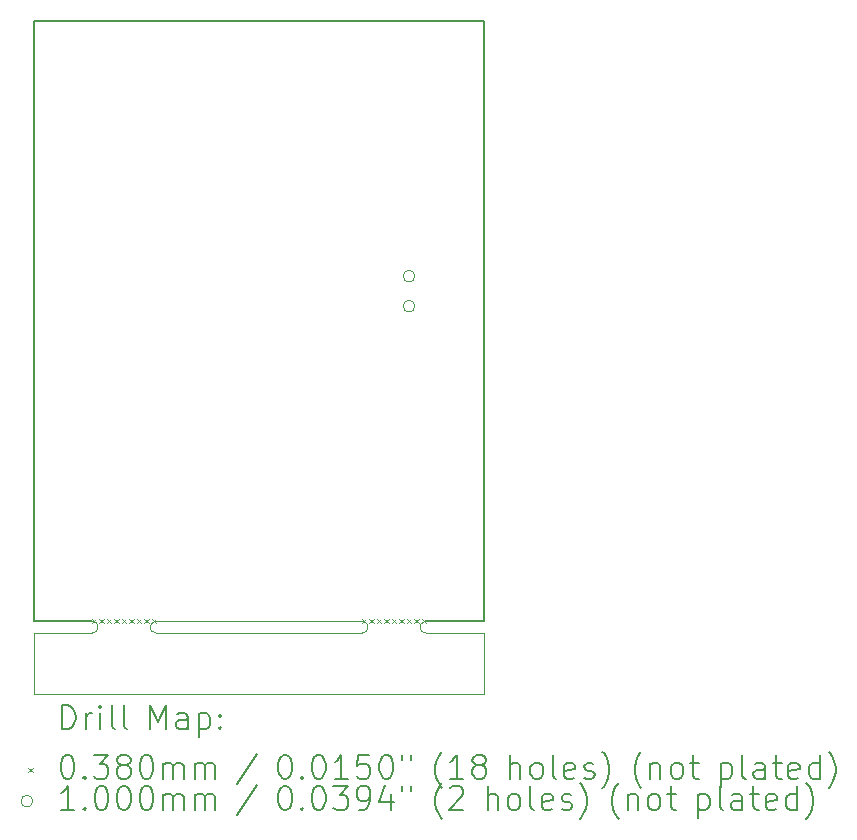
<source format=gbr>
%TF.GenerationSoftware,KiCad,Pcbnew,(7.0.0)*%
%TF.CreationDate,2023-06-29T20:35:14+10:00*%
%TF.ProjectId,RP2040_minimal,52503230-3430-45f6-9d69-6e696d616c2e,REV1*%
%TF.SameCoordinates,Original*%
%TF.FileFunction,Drillmap*%
%TF.FilePolarity,Positive*%
%FSLAX45Y45*%
G04 Gerber Fmt 4.5, Leading zero omitted, Abs format (unit mm)*
G04 Created by KiCad (PCBNEW (7.0.0)) date 2023-06-29 20:35:14*
%MOMM*%
%LPD*%
G01*
G04 APERTURE LIST*
%ADD10C,0.050000*%
%ADD11C,0.200000*%
%ADD12C,0.038000*%
%ADD13C,0.100000*%
G04 APERTURE END LIST*
D10*
X16875000Y-12673000D02*
X15130000Y-12673000D01*
D11*
X14590000Y-12573000D02*
X14097000Y-12573000D01*
X17907000Y-12573000D02*
X17415000Y-12573000D01*
X17907000Y-7493000D02*
X17907000Y-12573000D01*
X14097000Y-7493000D02*
X17907000Y-7493000D01*
X14097000Y-12573000D02*
X14097000Y-7493000D01*
D10*
X17907000Y-12673000D02*
X17415000Y-12673000D01*
X17907000Y-13190000D02*
X17907000Y-12673000D01*
X14590000Y-12673000D02*
X14097000Y-12673000D01*
X15130000Y-12573000D02*
X16875000Y-12573000D01*
X16875000Y-12673000D02*
G75*
G03*
X16875000Y-12573000I0J50000D01*
G01*
X14097000Y-13190000D02*
X17907000Y-13190000D01*
X14590000Y-12673000D02*
G75*
G03*
X14590000Y-12573000I0J50000D01*
G01*
X14097000Y-12673000D02*
X14097000Y-13190000D01*
X15130000Y-12573000D02*
G75*
G03*
X15130000Y-12673000I0J-50000D01*
G01*
X17415000Y-12573000D02*
G75*
G03*
X17415000Y-12673000I0J-50000D01*
G01*
D11*
D12*
X14586000Y-12554000D02*
X14624000Y-12592000D01*
X14624000Y-12554000D02*
X14586000Y-12592000D01*
X14649500Y-12554000D02*
X14687500Y-12592000D01*
X14687500Y-12554000D02*
X14649500Y-12592000D01*
X14713000Y-12554000D02*
X14751000Y-12592000D01*
X14751000Y-12554000D02*
X14713000Y-12592000D01*
X14776500Y-12554000D02*
X14814500Y-12592000D01*
X14814500Y-12554000D02*
X14776500Y-12592000D01*
X14840000Y-12554000D02*
X14878000Y-12592000D01*
X14878000Y-12554000D02*
X14840000Y-12592000D01*
X14903500Y-12554000D02*
X14941500Y-12592000D01*
X14941500Y-12554000D02*
X14903500Y-12592000D01*
X14967000Y-12554000D02*
X15005000Y-12592000D01*
X15005000Y-12554000D02*
X14967000Y-12592000D01*
X15030500Y-12554000D02*
X15068500Y-12592000D01*
X15068500Y-12554000D02*
X15030500Y-12592000D01*
X15094000Y-12554000D02*
X15132000Y-12592000D01*
X15132000Y-12554000D02*
X15094000Y-12592000D01*
X16872000Y-12554000D02*
X16910000Y-12592000D01*
X16910000Y-12554000D02*
X16872000Y-12592000D01*
X16935500Y-12554000D02*
X16973500Y-12592000D01*
X16973500Y-12554000D02*
X16935500Y-12592000D01*
X16999000Y-12554000D02*
X17037000Y-12592000D01*
X17037000Y-12554000D02*
X16999000Y-12592000D01*
X17062500Y-12554000D02*
X17100500Y-12592000D01*
X17100500Y-12554000D02*
X17062500Y-12592000D01*
X17126000Y-12554000D02*
X17164000Y-12592000D01*
X17164000Y-12554000D02*
X17126000Y-12592000D01*
X17189500Y-12554000D02*
X17227500Y-12592000D01*
X17227500Y-12554000D02*
X17189500Y-12592000D01*
X17253000Y-12554000D02*
X17291000Y-12592000D01*
X17291000Y-12554000D02*
X17253000Y-12592000D01*
X17316500Y-12554000D02*
X17354500Y-12592000D01*
X17354500Y-12554000D02*
X17316500Y-12592000D01*
X17380000Y-12554000D02*
X17418000Y-12592000D01*
X17418000Y-12554000D02*
X17380000Y-12592000D01*
D13*
X17322000Y-9652000D02*
G75*
G03*
X17322000Y-9652000I-50000J0D01*
G01*
X17322000Y-9906000D02*
G75*
G03*
X17322000Y-9906000I-50000J0D01*
G01*
D11*
X14334619Y-13485976D02*
X14334619Y-13285976D01*
X14334619Y-13285976D02*
X14382238Y-13285976D01*
X14382238Y-13285976D02*
X14410809Y-13295500D01*
X14410809Y-13295500D02*
X14429857Y-13314548D01*
X14429857Y-13314548D02*
X14439381Y-13333595D01*
X14439381Y-13333595D02*
X14448905Y-13371690D01*
X14448905Y-13371690D02*
X14448905Y-13400262D01*
X14448905Y-13400262D02*
X14439381Y-13438357D01*
X14439381Y-13438357D02*
X14429857Y-13457405D01*
X14429857Y-13457405D02*
X14410809Y-13476452D01*
X14410809Y-13476452D02*
X14382238Y-13485976D01*
X14382238Y-13485976D02*
X14334619Y-13485976D01*
X14534619Y-13485976D02*
X14534619Y-13352643D01*
X14534619Y-13390738D02*
X14544143Y-13371690D01*
X14544143Y-13371690D02*
X14553667Y-13362167D01*
X14553667Y-13362167D02*
X14572714Y-13352643D01*
X14572714Y-13352643D02*
X14591762Y-13352643D01*
X14658428Y-13485976D02*
X14658428Y-13352643D01*
X14658428Y-13285976D02*
X14648905Y-13295500D01*
X14648905Y-13295500D02*
X14658428Y-13305024D01*
X14658428Y-13305024D02*
X14667952Y-13295500D01*
X14667952Y-13295500D02*
X14658428Y-13285976D01*
X14658428Y-13285976D02*
X14658428Y-13305024D01*
X14782238Y-13485976D02*
X14763190Y-13476452D01*
X14763190Y-13476452D02*
X14753667Y-13457405D01*
X14753667Y-13457405D02*
X14753667Y-13285976D01*
X14887000Y-13485976D02*
X14867952Y-13476452D01*
X14867952Y-13476452D02*
X14858428Y-13457405D01*
X14858428Y-13457405D02*
X14858428Y-13285976D01*
X15083190Y-13485976D02*
X15083190Y-13285976D01*
X15083190Y-13285976D02*
X15149857Y-13428833D01*
X15149857Y-13428833D02*
X15216524Y-13285976D01*
X15216524Y-13285976D02*
X15216524Y-13485976D01*
X15397476Y-13485976D02*
X15397476Y-13381214D01*
X15397476Y-13381214D02*
X15387952Y-13362167D01*
X15387952Y-13362167D02*
X15368905Y-13352643D01*
X15368905Y-13352643D02*
X15330809Y-13352643D01*
X15330809Y-13352643D02*
X15311762Y-13362167D01*
X15397476Y-13476452D02*
X15378428Y-13485976D01*
X15378428Y-13485976D02*
X15330809Y-13485976D01*
X15330809Y-13485976D02*
X15311762Y-13476452D01*
X15311762Y-13476452D02*
X15302238Y-13457405D01*
X15302238Y-13457405D02*
X15302238Y-13438357D01*
X15302238Y-13438357D02*
X15311762Y-13419309D01*
X15311762Y-13419309D02*
X15330809Y-13409786D01*
X15330809Y-13409786D02*
X15378428Y-13409786D01*
X15378428Y-13409786D02*
X15397476Y-13400262D01*
X15492714Y-13352643D02*
X15492714Y-13552643D01*
X15492714Y-13362167D02*
X15511762Y-13352643D01*
X15511762Y-13352643D02*
X15549857Y-13352643D01*
X15549857Y-13352643D02*
X15568905Y-13362167D01*
X15568905Y-13362167D02*
X15578428Y-13371690D01*
X15578428Y-13371690D02*
X15587952Y-13390738D01*
X15587952Y-13390738D02*
X15587952Y-13447881D01*
X15587952Y-13447881D02*
X15578428Y-13466928D01*
X15578428Y-13466928D02*
X15568905Y-13476452D01*
X15568905Y-13476452D02*
X15549857Y-13485976D01*
X15549857Y-13485976D02*
X15511762Y-13485976D01*
X15511762Y-13485976D02*
X15492714Y-13476452D01*
X15673667Y-13466928D02*
X15683190Y-13476452D01*
X15683190Y-13476452D02*
X15673667Y-13485976D01*
X15673667Y-13485976D02*
X15664143Y-13476452D01*
X15664143Y-13476452D02*
X15673667Y-13466928D01*
X15673667Y-13466928D02*
X15673667Y-13485976D01*
X15673667Y-13362167D02*
X15683190Y-13371690D01*
X15683190Y-13371690D02*
X15673667Y-13381214D01*
X15673667Y-13381214D02*
X15664143Y-13371690D01*
X15664143Y-13371690D02*
X15673667Y-13362167D01*
X15673667Y-13362167D02*
X15673667Y-13381214D01*
D12*
X14049000Y-13813500D02*
X14087000Y-13851500D01*
X14087000Y-13813500D02*
X14049000Y-13851500D01*
D11*
X14372714Y-13705976D02*
X14391762Y-13705976D01*
X14391762Y-13705976D02*
X14410809Y-13715500D01*
X14410809Y-13715500D02*
X14420333Y-13725024D01*
X14420333Y-13725024D02*
X14429857Y-13744071D01*
X14429857Y-13744071D02*
X14439381Y-13782167D01*
X14439381Y-13782167D02*
X14439381Y-13829786D01*
X14439381Y-13829786D02*
X14429857Y-13867881D01*
X14429857Y-13867881D02*
X14420333Y-13886928D01*
X14420333Y-13886928D02*
X14410809Y-13896452D01*
X14410809Y-13896452D02*
X14391762Y-13905976D01*
X14391762Y-13905976D02*
X14372714Y-13905976D01*
X14372714Y-13905976D02*
X14353667Y-13896452D01*
X14353667Y-13896452D02*
X14344143Y-13886928D01*
X14344143Y-13886928D02*
X14334619Y-13867881D01*
X14334619Y-13867881D02*
X14325095Y-13829786D01*
X14325095Y-13829786D02*
X14325095Y-13782167D01*
X14325095Y-13782167D02*
X14334619Y-13744071D01*
X14334619Y-13744071D02*
X14344143Y-13725024D01*
X14344143Y-13725024D02*
X14353667Y-13715500D01*
X14353667Y-13715500D02*
X14372714Y-13705976D01*
X14525095Y-13886928D02*
X14534619Y-13896452D01*
X14534619Y-13896452D02*
X14525095Y-13905976D01*
X14525095Y-13905976D02*
X14515571Y-13896452D01*
X14515571Y-13896452D02*
X14525095Y-13886928D01*
X14525095Y-13886928D02*
X14525095Y-13905976D01*
X14601286Y-13705976D02*
X14725095Y-13705976D01*
X14725095Y-13705976D02*
X14658428Y-13782167D01*
X14658428Y-13782167D02*
X14687000Y-13782167D01*
X14687000Y-13782167D02*
X14706048Y-13791690D01*
X14706048Y-13791690D02*
X14715571Y-13801214D01*
X14715571Y-13801214D02*
X14725095Y-13820262D01*
X14725095Y-13820262D02*
X14725095Y-13867881D01*
X14725095Y-13867881D02*
X14715571Y-13886928D01*
X14715571Y-13886928D02*
X14706048Y-13896452D01*
X14706048Y-13896452D02*
X14687000Y-13905976D01*
X14687000Y-13905976D02*
X14629857Y-13905976D01*
X14629857Y-13905976D02*
X14610809Y-13896452D01*
X14610809Y-13896452D02*
X14601286Y-13886928D01*
X14839381Y-13791690D02*
X14820333Y-13782167D01*
X14820333Y-13782167D02*
X14810809Y-13772643D01*
X14810809Y-13772643D02*
X14801286Y-13753595D01*
X14801286Y-13753595D02*
X14801286Y-13744071D01*
X14801286Y-13744071D02*
X14810809Y-13725024D01*
X14810809Y-13725024D02*
X14820333Y-13715500D01*
X14820333Y-13715500D02*
X14839381Y-13705976D01*
X14839381Y-13705976D02*
X14877476Y-13705976D01*
X14877476Y-13705976D02*
X14896524Y-13715500D01*
X14896524Y-13715500D02*
X14906048Y-13725024D01*
X14906048Y-13725024D02*
X14915571Y-13744071D01*
X14915571Y-13744071D02*
X14915571Y-13753595D01*
X14915571Y-13753595D02*
X14906048Y-13772643D01*
X14906048Y-13772643D02*
X14896524Y-13782167D01*
X14896524Y-13782167D02*
X14877476Y-13791690D01*
X14877476Y-13791690D02*
X14839381Y-13791690D01*
X14839381Y-13791690D02*
X14820333Y-13801214D01*
X14820333Y-13801214D02*
X14810809Y-13810738D01*
X14810809Y-13810738D02*
X14801286Y-13829786D01*
X14801286Y-13829786D02*
X14801286Y-13867881D01*
X14801286Y-13867881D02*
X14810809Y-13886928D01*
X14810809Y-13886928D02*
X14820333Y-13896452D01*
X14820333Y-13896452D02*
X14839381Y-13905976D01*
X14839381Y-13905976D02*
X14877476Y-13905976D01*
X14877476Y-13905976D02*
X14896524Y-13896452D01*
X14896524Y-13896452D02*
X14906048Y-13886928D01*
X14906048Y-13886928D02*
X14915571Y-13867881D01*
X14915571Y-13867881D02*
X14915571Y-13829786D01*
X14915571Y-13829786D02*
X14906048Y-13810738D01*
X14906048Y-13810738D02*
X14896524Y-13801214D01*
X14896524Y-13801214D02*
X14877476Y-13791690D01*
X15039381Y-13705976D02*
X15058429Y-13705976D01*
X15058429Y-13705976D02*
X15077476Y-13715500D01*
X15077476Y-13715500D02*
X15087000Y-13725024D01*
X15087000Y-13725024D02*
X15096524Y-13744071D01*
X15096524Y-13744071D02*
X15106048Y-13782167D01*
X15106048Y-13782167D02*
X15106048Y-13829786D01*
X15106048Y-13829786D02*
X15096524Y-13867881D01*
X15096524Y-13867881D02*
X15087000Y-13886928D01*
X15087000Y-13886928D02*
X15077476Y-13896452D01*
X15077476Y-13896452D02*
X15058429Y-13905976D01*
X15058429Y-13905976D02*
X15039381Y-13905976D01*
X15039381Y-13905976D02*
X15020333Y-13896452D01*
X15020333Y-13896452D02*
X15010809Y-13886928D01*
X15010809Y-13886928D02*
X15001286Y-13867881D01*
X15001286Y-13867881D02*
X14991762Y-13829786D01*
X14991762Y-13829786D02*
X14991762Y-13782167D01*
X14991762Y-13782167D02*
X15001286Y-13744071D01*
X15001286Y-13744071D02*
X15010809Y-13725024D01*
X15010809Y-13725024D02*
X15020333Y-13715500D01*
X15020333Y-13715500D02*
X15039381Y-13705976D01*
X15191762Y-13905976D02*
X15191762Y-13772643D01*
X15191762Y-13791690D02*
X15201286Y-13782167D01*
X15201286Y-13782167D02*
X15220333Y-13772643D01*
X15220333Y-13772643D02*
X15248905Y-13772643D01*
X15248905Y-13772643D02*
X15267952Y-13782167D01*
X15267952Y-13782167D02*
X15277476Y-13801214D01*
X15277476Y-13801214D02*
X15277476Y-13905976D01*
X15277476Y-13801214D02*
X15287000Y-13782167D01*
X15287000Y-13782167D02*
X15306048Y-13772643D01*
X15306048Y-13772643D02*
X15334619Y-13772643D01*
X15334619Y-13772643D02*
X15353667Y-13782167D01*
X15353667Y-13782167D02*
X15363190Y-13801214D01*
X15363190Y-13801214D02*
X15363190Y-13905976D01*
X15458429Y-13905976D02*
X15458429Y-13772643D01*
X15458429Y-13791690D02*
X15467952Y-13782167D01*
X15467952Y-13782167D02*
X15487000Y-13772643D01*
X15487000Y-13772643D02*
X15515571Y-13772643D01*
X15515571Y-13772643D02*
X15534619Y-13782167D01*
X15534619Y-13782167D02*
X15544143Y-13801214D01*
X15544143Y-13801214D02*
X15544143Y-13905976D01*
X15544143Y-13801214D02*
X15553667Y-13782167D01*
X15553667Y-13782167D02*
X15572714Y-13772643D01*
X15572714Y-13772643D02*
X15601286Y-13772643D01*
X15601286Y-13772643D02*
X15620333Y-13782167D01*
X15620333Y-13782167D02*
X15629857Y-13801214D01*
X15629857Y-13801214D02*
X15629857Y-13905976D01*
X15987952Y-13696452D02*
X15816524Y-13953595D01*
X16212714Y-13705976D02*
X16231762Y-13705976D01*
X16231762Y-13705976D02*
X16250810Y-13715500D01*
X16250810Y-13715500D02*
X16260333Y-13725024D01*
X16260333Y-13725024D02*
X16269857Y-13744071D01*
X16269857Y-13744071D02*
X16279381Y-13782167D01*
X16279381Y-13782167D02*
X16279381Y-13829786D01*
X16279381Y-13829786D02*
X16269857Y-13867881D01*
X16269857Y-13867881D02*
X16260333Y-13886928D01*
X16260333Y-13886928D02*
X16250810Y-13896452D01*
X16250810Y-13896452D02*
X16231762Y-13905976D01*
X16231762Y-13905976D02*
X16212714Y-13905976D01*
X16212714Y-13905976D02*
X16193667Y-13896452D01*
X16193667Y-13896452D02*
X16184143Y-13886928D01*
X16184143Y-13886928D02*
X16174619Y-13867881D01*
X16174619Y-13867881D02*
X16165095Y-13829786D01*
X16165095Y-13829786D02*
X16165095Y-13782167D01*
X16165095Y-13782167D02*
X16174619Y-13744071D01*
X16174619Y-13744071D02*
X16184143Y-13725024D01*
X16184143Y-13725024D02*
X16193667Y-13715500D01*
X16193667Y-13715500D02*
X16212714Y-13705976D01*
X16365095Y-13886928D02*
X16374619Y-13896452D01*
X16374619Y-13896452D02*
X16365095Y-13905976D01*
X16365095Y-13905976D02*
X16355571Y-13896452D01*
X16355571Y-13896452D02*
X16365095Y-13886928D01*
X16365095Y-13886928D02*
X16365095Y-13905976D01*
X16498429Y-13705976D02*
X16517476Y-13705976D01*
X16517476Y-13705976D02*
X16536524Y-13715500D01*
X16536524Y-13715500D02*
X16546048Y-13725024D01*
X16546048Y-13725024D02*
X16555571Y-13744071D01*
X16555571Y-13744071D02*
X16565095Y-13782167D01*
X16565095Y-13782167D02*
X16565095Y-13829786D01*
X16565095Y-13829786D02*
X16555571Y-13867881D01*
X16555571Y-13867881D02*
X16546048Y-13886928D01*
X16546048Y-13886928D02*
X16536524Y-13896452D01*
X16536524Y-13896452D02*
X16517476Y-13905976D01*
X16517476Y-13905976D02*
X16498429Y-13905976D01*
X16498429Y-13905976D02*
X16479381Y-13896452D01*
X16479381Y-13896452D02*
X16469857Y-13886928D01*
X16469857Y-13886928D02*
X16460333Y-13867881D01*
X16460333Y-13867881D02*
X16450810Y-13829786D01*
X16450810Y-13829786D02*
X16450810Y-13782167D01*
X16450810Y-13782167D02*
X16460333Y-13744071D01*
X16460333Y-13744071D02*
X16469857Y-13725024D01*
X16469857Y-13725024D02*
X16479381Y-13715500D01*
X16479381Y-13715500D02*
X16498429Y-13705976D01*
X16755571Y-13905976D02*
X16641286Y-13905976D01*
X16698429Y-13905976D02*
X16698429Y-13705976D01*
X16698429Y-13705976D02*
X16679381Y-13734548D01*
X16679381Y-13734548D02*
X16660333Y-13753595D01*
X16660333Y-13753595D02*
X16641286Y-13763119D01*
X16936524Y-13705976D02*
X16841286Y-13705976D01*
X16841286Y-13705976D02*
X16831762Y-13801214D01*
X16831762Y-13801214D02*
X16841286Y-13791690D01*
X16841286Y-13791690D02*
X16860333Y-13782167D01*
X16860333Y-13782167D02*
X16907953Y-13782167D01*
X16907953Y-13782167D02*
X16927000Y-13791690D01*
X16927000Y-13791690D02*
X16936524Y-13801214D01*
X16936524Y-13801214D02*
X16946048Y-13820262D01*
X16946048Y-13820262D02*
X16946048Y-13867881D01*
X16946048Y-13867881D02*
X16936524Y-13886928D01*
X16936524Y-13886928D02*
X16927000Y-13896452D01*
X16927000Y-13896452D02*
X16907953Y-13905976D01*
X16907953Y-13905976D02*
X16860333Y-13905976D01*
X16860333Y-13905976D02*
X16841286Y-13896452D01*
X16841286Y-13896452D02*
X16831762Y-13886928D01*
X17069857Y-13705976D02*
X17088905Y-13705976D01*
X17088905Y-13705976D02*
X17107953Y-13715500D01*
X17107953Y-13715500D02*
X17117476Y-13725024D01*
X17117476Y-13725024D02*
X17127000Y-13744071D01*
X17127000Y-13744071D02*
X17136524Y-13782167D01*
X17136524Y-13782167D02*
X17136524Y-13829786D01*
X17136524Y-13829786D02*
X17127000Y-13867881D01*
X17127000Y-13867881D02*
X17117476Y-13886928D01*
X17117476Y-13886928D02*
X17107953Y-13896452D01*
X17107953Y-13896452D02*
X17088905Y-13905976D01*
X17088905Y-13905976D02*
X17069857Y-13905976D01*
X17069857Y-13905976D02*
X17050810Y-13896452D01*
X17050810Y-13896452D02*
X17041286Y-13886928D01*
X17041286Y-13886928D02*
X17031762Y-13867881D01*
X17031762Y-13867881D02*
X17022238Y-13829786D01*
X17022238Y-13829786D02*
X17022238Y-13782167D01*
X17022238Y-13782167D02*
X17031762Y-13744071D01*
X17031762Y-13744071D02*
X17041286Y-13725024D01*
X17041286Y-13725024D02*
X17050810Y-13715500D01*
X17050810Y-13715500D02*
X17069857Y-13705976D01*
X17212714Y-13705976D02*
X17212714Y-13744071D01*
X17288905Y-13705976D02*
X17288905Y-13744071D01*
X17551762Y-13982167D02*
X17542238Y-13972643D01*
X17542238Y-13972643D02*
X17523191Y-13944071D01*
X17523191Y-13944071D02*
X17513667Y-13925024D01*
X17513667Y-13925024D02*
X17504143Y-13896452D01*
X17504143Y-13896452D02*
X17494619Y-13848833D01*
X17494619Y-13848833D02*
X17494619Y-13810738D01*
X17494619Y-13810738D02*
X17504143Y-13763119D01*
X17504143Y-13763119D02*
X17513667Y-13734548D01*
X17513667Y-13734548D02*
X17523191Y-13715500D01*
X17523191Y-13715500D02*
X17542238Y-13686928D01*
X17542238Y-13686928D02*
X17551762Y-13677405D01*
X17732714Y-13905976D02*
X17618429Y-13905976D01*
X17675572Y-13905976D02*
X17675572Y-13705976D01*
X17675572Y-13705976D02*
X17656524Y-13734548D01*
X17656524Y-13734548D02*
X17637476Y-13753595D01*
X17637476Y-13753595D02*
X17618429Y-13763119D01*
X17847000Y-13791690D02*
X17827953Y-13782167D01*
X17827953Y-13782167D02*
X17818429Y-13772643D01*
X17818429Y-13772643D02*
X17808905Y-13753595D01*
X17808905Y-13753595D02*
X17808905Y-13744071D01*
X17808905Y-13744071D02*
X17818429Y-13725024D01*
X17818429Y-13725024D02*
X17827953Y-13715500D01*
X17827953Y-13715500D02*
X17847000Y-13705976D01*
X17847000Y-13705976D02*
X17885095Y-13705976D01*
X17885095Y-13705976D02*
X17904143Y-13715500D01*
X17904143Y-13715500D02*
X17913667Y-13725024D01*
X17913667Y-13725024D02*
X17923191Y-13744071D01*
X17923191Y-13744071D02*
X17923191Y-13753595D01*
X17923191Y-13753595D02*
X17913667Y-13772643D01*
X17913667Y-13772643D02*
X17904143Y-13782167D01*
X17904143Y-13782167D02*
X17885095Y-13791690D01*
X17885095Y-13791690D02*
X17847000Y-13791690D01*
X17847000Y-13791690D02*
X17827953Y-13801214D01*
X17827953Y-13801214D02*
X17818429Y-13810738D01*
X17818429Y-13810738D02*
X17808905Y-13829786D01*
X17808905Y-13829786D02*
X17808905Y-13867881D01*
X17808905Y-13867881D02*
X17818429Y-13886928D01*
X17818429Y-13886928D02*
X17827953Y-13896452D01*
X17827953Y-13896452D02*
X17847000Y-13905976D01*
X17847000Y-13905976D02*
X17885095Y-13905976D01*
X17885095Y-13905976D02*
X17904143Y-13896452D01*
X17904143Y-13896452D02*
X17913667Y-13886928D01*
X17913667Y-13886928D02*
X17923191Y-13867881D01*
X17923191Y-13867881D02*
X17923191Y-13829786D01*
X17923191Y-13829786D02*
X17913667Y-13810738D01*
X17913667Y-13810738D02*
X17904143Y-13801214D01*
X17904143Y-13801214D02*
X17885095Y-13791690D01*
X18128905Y-13905976D02*
X18128905Y-13705976D01*
X18214619Y-13905976D02*
X18214619Y-13801214D01*
X18214619Y-13801214D02*
X18205095Y-13782167D01*
X18205095Y-13782167D02*
X18186048Y-13772643D01*
X18186048Y-13772643D02*
X18157476Y-13772643D01*
X18157476Y-13772643D02*
X18138429Y-13782167D01*
X18138429Y-13782167D02*
X18128905Y-13791690D01*
X18338429Y-13905976D02*
X18319381Y-13896452D01*
X18319381Y-13896452D02*
X18309857Y-13886928D01*
X18309857Y-13886928D02*
X18300334Y-13867881D01*
X18300334Y-13867881D02*
X18300334Y-13810738D01*
X18300334Y-13810738D02*
X18309857Y-13791690D01*
X18309857Y-13791690D02*
X18319381Y-13782167D01*
X18319381Y-13782167D02*
X18338429Y-13772643D01*
X18338429Y-13772643D02*
X18367000Y-13772643D01*
X18367000Y-13772643D02*
X18386048Y-13782167D01*
X18386048Y-13782167D02*
X18395572Y-13791690D01*
X18395572Y-13791690D02*
X18405095Y-13810738D01*
X18405095Y-13810738D02*
X18405095Y-13867881D01*
X18405095Y-13867881D02*
X18395572Y-13886928D01*
X18395572Y-13886928D02*
X18386048Y-13896452D01*
X18386048Y-13896452D02*
X18367000Y-13905976D01*
X18367000Y-13905976D02*
X18338429Y-13905976D01*
X18519381Y-13905976D02*
X18500334Y-13896452D01*
X18500334Y-13896452D02*
X18490810Y-13877405D01*
X18490810Y-13877405D02*
X18490810Y-13705976D01*
X18671762Y-13896452D02*
X18652715Y-13905976D01*
X18652715Y-13905976D02*
X18614619Y-13905976D01*
X18614619Y-13905976D02*
X18595572Y-13896452D01*
X18595572Y-13896452D02*
X18586048Y-13877405D01*
X18586048Y-13877405D02*
X18586048Y-13801214D01*
X18586048Y-13801214D02*
X18595572Y-13782167D01*
X18595572Y-13782167D02*
X18614619Y-13772643D01*
X18614619Y-13772643D02*
X18652715Y-13772643D01*
X18652715Y-13772643D02*
X18671762Y-13782167D01*
X18671762Y-13782167D02*
X18681286Y-13801214D01*
X18681286Y-13801214D02*
X18681286Y-13820262D01*
X18681286Y-13820262D02*
X18586048Y-13839309D01*
X18757476Y-13896452D02*
X18776524Y-13905976D01*
X18776524Y-13905976D02*
X18814619Y-13905976D01*
X18814619Y-13905976D02*
X18833667Y-13896452D01*
X18833667Y-13896452D02*
X18843191Y-13877405D01*
X18843191Y-13877405D02*
X18843191Y-13867881D01*
X18843191Y-13867881D02*
X18833667Y-13848833D01*
X18833667Y-13848833D02*
X18814619Y-13839309D01*
X18814619Y-13839309D02*
X18786048Y-13839309D01*
X18786048Y-13839309D02*
X18767000Y-13829786D01*
X18767000Y-13829786D02*
X18757476Y-13810738D01*
X18757476Y-13810738D02*
X18757476Y-13801214D01*
X18757476Y-13801214D02*
X18767000Y-13782167D01*
X18767000Y-13782167D02*
X18786048Y-13772643D01*
X18786048Y-13772643D02*
X18814619Y-13772643D01*
X18814619Y-13772643D02*
X18833667Y-13782167D01*
X18909857Y-13982167D02*
X18919381Y-13972643D01*
X18919381Y-13972643D02*
X18938429Y-13944071D01*
X18938429Y-13944071D02*
X18947953Y-13925024D01*
X18947953Y-13925024D02*
X18957476Y-13896452D01*
X18957476Y-13896452D02*
X18967000Y-13848833D01*
X18967000Y-13848833D02*
X18967000Y-13810738D01*
X18967000Y-13810738D02*
X18957476Y-13763119D01*
X18957476Y-13763119D02*
X18947953Y-13734548D01*
X18947953Y-13734548D02*
X18938429Y-13715500D01*
X18938429Y-13715500D02*
X18919381Y-13686928D01*
X18919381Y-13686928D02*
X18909857Y-13677405D01*
X19239381Y-13982167D02*
X19229857Y-13972643D01*
X19229857Y-13972643D02*
X19210810Y-13944071D01*
X19210810Y-13944071D02*
X19201286Y-13925024D01*
X19201286Y-13925024D02*
X19191762Y-13896452D01*
X19191762Y-13896452D02*
X19182238Y-13848833D01*
X19182238Y-13848833D02*
X19182238Y-13810738D01*
X19182238Y-13810738D02*
X19191762Y-13763119D01*
X19191762Y-13763119D02*
X19201286Y-13734548D01*
X19201286Y-13734548D02*
X19210810Y-13715500D01*
X19210810Y-13715500D02*
X19229857Y-13686928D01*
X19229857Y-13686928D02*
X19239381Y-13677405D01*
X19315572Y-13772643D02*
X19315572Y-13905976D01*
X19315572Y-13791690D02*
X19325095Y-13782167D01*
X19325095Y-13782167D02*
X19344143Y-13772643D01*
X19344143Y-13772643D02*
X19372715Y-13772643D01*
X19372715Y-13772643D02*
X19391762Y-13782167D01*
X19391762Y-13782167D02*
X19401286Y-13801214D01*
X19401286Y-13801214D02*
X19401286Y-13905976D01*
X19525095Y-13905976D02*
X19506048Y-13896452D01*
X19506048Y-13896452D02*
X19496524Y-13886928D01*
X19496524Y-13886928D02*
X19487000Y-13867881D01*
X19487000Y-13867881D02*
X19487000Y-13810738D01*
X19487000Y-13810738D02*
X19496524Y-13791690D01*
X19496524Y-13791690D02*
X19506048Y-13782167D01*
X19506048Y-13782167D02*
X19525095Y-13772643D01*
X19525095Y-13772643D02*
X19553667Y-13772643D01*
X19553667Y-13772643D02*
X19572715Y-13782167D01*
X19572715Y-13782167D02*
X19582238Y-13791690D01*
X19582238Y-13791690D02*
X19591762Y-13810738D01*
X19591762Y-13810738D02*
X19591762Y-13867881D01*
X19591762Y-13867881D02*
X19582238Y-13886928D01*
X19582238Y-13886928D02*
X19572715Y-13896452D01*
X19572715Y-13896452D02*
X19553667Y-13905976D01*
X19553667Y-13905976D02*
X19525095Y-13905976D01*
X19648905Y-13772643D02*
X19725095Y-13772643D01*
X19677476Y-13705976D02*
X19677476Y-13877405D01*
X19677476Y-13877405D02*
X19687000Y-13896452D01*
X19687000Y-13896452D02*
X19706048Y-13905976D01*
X19706048Y-13905976D02*
X19725095Y-13905976D01*
X19911762Y-13772643D02*
X19911762Y-13972643D01*
X19911762Y-13782167D02*
X19930810Y-13772643D01*
X19930810Y-13772643D02*
X19968905Y-13772643D01*
X19968905Y-13772643D02*
X19987953Y-13782167D01*
X19987953Y-13782167D02*
X19997476Y-13791690D01*
X19997476Y-13791690D02*
X20007000Y-13810738D01*
X20007000Y-13810738D02*
X20007000Y-13867881D01*
X20007000Y-13867881D02*
X19997476Y-13886928D01*
X19997476Y-13886928D02*
X19987953Y-13896452D01*
X19987953Y-13896452D02*
X19968905Y-13905976D01*
X19968905Y-13905976D02*
X19930810Y-13905976D01*
X19930810Y-13905976D02*
X19911762Y-13896452D01*
X20121286Y-13905976D02*
X20102238Y-13896452D01*
X20102238Y-13896452D02*
X20092715Y-13877405D01*
X20092715Y-13877405D02*
X20092715Y-13705976D01*
X20283191Y-13905976D02*
X20283191Y-13801214D01*
X20283191Y-13801214D02*
X20273667Y-13782167D01*
X20273667Y-13782167D02*
X20254619Y-13772643D01*
X20254619Y-13772643D02*
X20216524Y-13772643D01*
X20216524Y-13772643D02*
X20197476Y-13782167D01*
X20283191Y-13896452D02*
X20264143Y-13905976D01*
X20264143Y-13905976D02*
X20216524Y-13905976D01*
X20216524Y-13905976D02*
X20197476Y-13896452D01*
X20197476Y-13896452D02*
X20187953Y-13877405D01*
X20187953Y-13877405D02*
X20187953Y-13858357D01*
X20187953Y-13858357D02*
X20197476Y-13839309D01*
X20197476Y-13839309D02*
X20216524Y-13829786D01*
X20216524Y-13829786D02*
X20264143Y-13829786D01*
X20264143Y-13829786D02*
X20283191Y-13820262D01*
X20349857Y-13772643D02*
X20426048Y-13772643D01*
X20378429Y-13705976D02*
X20378429Y-13877405D01*
X20378429Y-13877405D02*
X20387953Y-13896452D01*
X20387953Y-13896452D02*
X20407000Y-13905976D01*
X20407000Y-13905976D02*
X20426048Y-13905976D01*
X20568905Y-13896452D02*
X20549857Y-13905976D01*
X20549857Y-13905976D02*
X20511762Y-13905976D01*
X20511762Y-13905976D02*
X20492715Y-13896452D01*
X20492715Y-13896452D02*
X20483191Y-13877405D01*
X20483191Y-13877405D02*
X20483191Y-13801214D01*
X20483191Y-13801214D02*
X20492715Y-13782167D01*
X20492715Y-13782167D02*
X20511762Y-13772643D01*
X20511762Y-13772643D02*
X20549857Y-13772643D01*
X20549857Y-13772643D02*
X20568905Y-13782167D01*
X20568905Y-13782167D02*
X20578429Y-13801214D01*
X20578429Y-13801214D02*
X20578429Y-13820262D01*
X20578429Y-13820262D02*
X20483191Y-13839309D01*
X20749857Y-13905976D02*
X20749857Y-13705976D01*
X20749857Y-13896452D02*
X20730810Y-13905976D01*
X20730810Y-13905976D02*
X20692715Y-13905976D01*
X20692715Y-13905976D02*
X20673667Y-13896452D01*
X20673667Y-13896452D02*
X20664143Y-13886928D01*
X20664143Y-13886928D02*
X20654619Y-13867881D01*
X20654619Y-13867881D02*
X20654619Y-13810738D01*
X20654619Y-13810738D02*
X20664143Y-13791690D01*
X20664143Y-13791690D02*
X20673667Y-13782167D01*
X20673667Y-13782167D02*
X20692715Y-13772643D01*
X20692715Y-13772643D02*
X20730810Y-13772643D01*
X20730810Y-13772643D02*
X20749857Y-13782167D01*
X20826048Y-13982167D02*
X20835572Y-13972643D01*
X20835572Y-13972643D02*
X20854619Y-13944071D01*
X20854619Y-13944071D02*
X20864143Y-13925024D01*
X20864143Y-13925024D02*
X20873667Y-13896452D01*
X20873667Y-13896452D02*
X20883191Y-13848833D01*
X20883191Y-13848833D02*
X20883191Y-13810738D01*
X20883191Y-13810738D02*
X20873667Y-13763119D01*
X20873667Y-13763119D02*
X20864143Y-13734548D01*
X20864143Y-13734548D02*
X20854619Y-13715500D01*
X20854619Y-13715500D02*
X20835572Y-13686928D01*
X20835572Y-13686928D02*
X20826048Y-13677405D01*
D13*
X14087000Y-14096500D02*
G75*
G03*
X14087000Y-14096500I-50000J0D01*
G01*
D11*
X14439381Y-14169976D02*
X14325095Y-14169976D01*
X14382238Y-14169976D02*
X14382238Y-13969976D01*
X14382238Y-13969976D02*
X14363190Y-13998548D01*
X14363190Y-13998548D02*
X14344143Y-14017595D01*
X14344143Y-14017595D02*
X14325095Y-14027119D01*
X14525095Y-14150928D02*
X14534619Y-14160452D01*
X14534619Y-14160452D02*
X14525095Y-14169976D01*
X14525095Y-14169976D02*
X14515571Y-14160452D01*
X14515571Y-14160452D02*
X14525095Y-14150928D01*
X14525095Y-14150928D02*
X14525095Y-14169976D01*
X14658428Y-13969976D02*
X14677476Y-13969976D01*
X14677476Y-13969976D02*
X14696524Y-13979500D01*
X14696524Y-13979500D02*
X14706048Y-13989024D01*
X14706048Y-13989024D02*
X14715571Y-14008071D01*
X14715571Y-14008071D02*
X14725095Y-14046167D01*
X14725095Y-14046167D02*
X14725095Y-14093786D01*
X14725095Y-14093786D02*
X14715571Y-14131881D01*
X14715571Y-14131881D02*
X14706048Y-14150928D01*
X14706048Y-14150928D02*
X14696524Y-14160452D01*
X14696524Y-14160452D02*
X14677476Y-14169976D01*
X14677476Y-14169976D02*
X14658428Y-14169976D01*
X14658428Y-14169976D02*
X14639381Y-14160452D01*
X14639381Y-14160452D02*
X14629857Y-14150928D01*
X14629857Y-14150928D02*
X14620333Y-14131881D01*
X14620333Y-14131881D02*
X14610809Y-14093786D01*
X14610809Y-14093786D02*
X14610809Y-14046167D01*
X14610809Y-14046167D02*
X14620333Y-14008071D01*
X14620333Y-14008071D02*
X14629857Y-13989024D01*
X14629857Y-13989024D02*
X14639381Y-13979500D01*
X14639381Y-13979500D02*
X14658428Y-13969976D01*
X14848905Y-13969976D02*
X14867952Y-13969976D01*
X14867952Y-13969976D02*
X14887000Y-13979500D01*
X14887000Y-13979500D02*
X14896524Y-13989024D01*
X14896524Y-13989024D02*
X14906048Y-14008071D01*
X14906048Y-14008071D02*
X14915571Y-14046167D01*
X14915571Y-14046167D02*
X14915571Y-14093786D01*
X14915571Y-14093786D02*
X14906048Y-14131881D01*
X14906048Y-14131881D02*
X14896524Y-14150928D01*
X14896524Y-14150928D02*
X14887000Y-14160452D01*
X14887000Y-14160452D02*
X14867952Y-14169976D01*
X14867952Y-14169976D02*
X14848905Y-14169976D01*
X14848905Y-14169976D02*
X14829857Y-14160452D01*
X14829857Y-14160452D02*
X14820333Y-14150928D01*
X14820333Y-14150928D02*
X14810809Y-14131881D01*
X14810809Y-14131881D02*
X14801286Y-14093786D01*
X14801286Y-14093786D02*
X14801286Y-14046167D01*
X14801286Y-14046167D02*
X14810809Y-14008071D01*
X14810809Y-14008071D02*
X14820333Y-13989024D01*
X14820333Y-13989024D02*
X14829857Y-13979500D01*
X14829857Y-13979500D02*
X14848905Y-13969976D01*
X15039381Y-13969976D02*
X15058429Y-13969976D01*
X15058429Y-13969976D02*
X15077476Y-13979500D01*
X15077476Y-13979500D02*
X15087000Y-13989024D01*
X15087000Y-13989024D02*
X15096524Y-14008071D01*
X15096524Y-14008071D02*
X15106048Y-14046167D01*
X15106048Y-14046167D02*
X15106048Y-14093786D01*
X15106048Y-14093786D02*
X15096524Y-14131881D01*
X15096524Y-14131881D02*
X15087000Y-14150928D01*
X15087000Y-14150928D02*
X15077476Y-14160452D01*
X15077476Y-14160452D02*
X15058429Y-14169976D01*
X15058429Y-14169976D02*
X15039381Y-14169976D01*
X15039381Y-14169976D02*
X15020333Y-14160452D01*
X15020333Y-14160452D02*
X15010809Y-14150928D01*
X15010809Y-14150928D02*
X15001286Y-14131881D01*
X15001286Y-14131881D02*
X14991762Y-14093786D01*
X14991762Y-14093786D02*
X14991762Y-14046167D01*
X14991762Y-14046167D02*
X15001286Y-14008071D01*
X15001286Y-14008071D02*
X15010809Y-13989024D01*
X15010809Y-13989024D02*
X15020333Y-13979500D01*
X15020333Y-13979500D02*
X15039381Y-13969976D01*
X15191762Y-14169976D02*
X15191762Y-14036643D01*
X15191762Y-14055690D02*
X15201286Y-14046167D01*
X15201286Y-14046167D02*
X15220333Y-14036643D01*
X15220333Y-14036643D02*
X15248905Y-14036643D01*
X15248905Y-14036643D02*
X15267952Y-14046167D01*
X15267952Y-14046167D02*
X15277476Y-14065214D01*
X15277476Y-14065214D02*
X15277476Y-14169976D01*
X15277476Y-14065214D02*
X15287000Y-14046167D01*
X15287000Y-14046167D02*
X15306048Y-14036643D01*
X15306048Y-14036643D02*
X15334619Y-14036643D01*
X15334619Y-14036643D02*
X15353667Y-14046167D01*
X15353667Y-14046167D02*
X15363190Y-14065214D01*
X15363190Y-14065214D02*
X15363190Y-14169976D01*
X15458429Y-14169976D02*
X15458429Y-14036643D01*
X15458429Y-14055690D02*
X15467952Y-14046167D01*
X15467952Y-14046167D02*
X15487000Y-14036643D01*
X15487000Y-14036643D02*
X15515571Y-14036643D01*
X15515571Y-14036643D02*
X15534619Y-14046167D01*
X15534619Y-14046167D02*
X15544143Y-14065214D01*
X15544143Y-14065214D02*
X15544143Y-14169976D01*
X15544143Y-14065214D02*
X15553667Y-14046167D01*
X15553667Y-14046167D02*
X15572714Y-14036643D01*
X15572714Y-14036643D02*
X15601286Y-14036643D01*
X15601286Y-14036643D02*
X15620333Y-14046167D01*
X15620333Y-14046167D02*
X15629857Y-14065214D01*
X15629857Y-14065214D02*
X15629857Y-14169976D01*
X15987952Y-13960452D02*
X15816524Y-14217595D01*
X16212714Y-13969976D02*
X16231762Y-13969976D01*
X16231762Y-13969976D02*
X16250810Y-13979500D01*
X16250810Y-13979500D02*
X16260333Y-13989024D01*
X16260333Y-13989024D02*
X16269857Y-14008071D01*
X16269857Y-14008071D02*
X16279381Y-14046167D01*
X16279381Y-14046167D02*
X16279381Y-14093786D01*
X16279381Y-14093786D02*
X16269857Y-14131881D01*
X16269857Y-14131881D02*
X16260333Y-14150928D01*
X16260333Y-14150928D02*
X16250810Y-14160452D01*
X16250810Y-14160452D02*
X16231762Y-14169976D01*
X16231762Y-14169976D02*
X16212714Y-14169976D01*
X16212714Y-14169976D02*
X16193667Y-14160452D01*
X16193667Y-14160452D02*
X16184143Y-14150928D01*
X16184143Y-14150928D02*
X16174619Y-14131881D01*
X16174619Y-14131881D02*
X16165095Y-14093786D01*
X16165095Y-14093786D02*
X16165095Y-14046167D01*
X16165095Y-14046167D02*
X16174619Y-14008071D01*
X16174619Y-14008071D02*
X16184143Y-13989024D01*
X16184143Y-13989024D02*
X16193667Y-13979500D01*
X16193667Y-13979500D02*
X16212714Y-13969976D01*
X16365095Y-14150928D02*
X16374619Y-14160452D01*
X16374619Y-14160452D02*
X16365095Y-14169976D01*
X16365095Y-14169976D02*
X16355571Y-14160452D01*
X16355571Y-14160452D02*
X16365095Y-14150928D01*
X16365095Y-14150928D02*
X16365095Y-14169976D01*
X16498429Y-13969976D02*
X16517476Y-13969976D01*
X16517476Y-13969976D02*
X16536524Y-13979500D01*
X16536524Y-13979500D02*
X16546048Y-13989024D01*
X16546048Y-13989024D02*
X16555571Y-14008071D01*
X16555571Y-14008071D02*
X16565095Y-14046167D01*
X16565095Y-14046167D02*
X16565095Y-14093786D01*
X16565095Y-14093786D02*
X16555571Y-14131881D01*
X16555571Y-14131881D02*
X16546048Y-14150928D01*
X16546048Y-14150928D02*
X16536524Y-14160452D01*
X16536524Y-14160452D02*
X16517476Y-14169976D01*
X16517476Y-14169976D02*
X16498429Y-14169976D01*
X16498429Y-14169976D02*
X16479381Y-14160452D01*
X16479381Y-14160452D02*
X16469857Y-14150928D01*
X16469857Y-14150928D02*
X16460333Y-14131881D01*
X16460333Y-14131881D02*
X16450810Y-14093786D01*
X16450810Y-14093786D02*
X16450810Y-14046167D01*
X16450810Y-14046167D02*
X16460333Y-14008071D01*
X16460333Y-14008071D02*
X16469857Y-13989024D01*
X16469857Y-13989024D02*
X16479381Y-13979500D01*
X16479381Y-13979500D02*
X16498429Y-13969976D01*
X16631762Y-13969976D02*
X16755571Y-13969976D01*
X16755571Y-13969976D02*
X16688905Y-14046167D01*
X16688905Y-14046167D02*
X16717476Y-14046167D01*
X16717476Y-14046167D02*
X16736524Y-14055690D01*
X16736524Y-14055690D02*
X16746048Y-14065214D01*
X16746048Y-14065214D02*
X16755571Y-14084262D01*
X16755571Y-14084262D02*
X16755571Y-14131881D01*
X16755571Y-14131881D02*
X16746048Y-14150928D01*
X16746048Y-14150928D02*
X16736524Y-14160452D01*
X16736524Y-14160452D02*
X16717476Y-14169976D01*
X16717476Y-14169976D02*
X16660333Y-14169976D01*
X16660333Y-14169976D02*
X16641286Y-14160452D01*
X16641286Y-14160452D02*
X16631762Y-14150928D01*
X16850810Y-14169976D02*
X16888905Y-14169976D01*
X16888905Y-14169976D02*
X16907953Y-14160452D01*
X16907953Y-14160452D02*
X16917476Y-14150928D01*
X16917476Y-14150928D02*
X16936524Y-14122357D01*
X16936524Y-14122357D02*
X16946048Y-14084262D01*
X16946048Y-14084262D02*
X16946048Y-14008071D01*
X16946048Y-14008071D02*
X16936524Y-13989024D01*
X16936524Y-13989024D02*
X16927000Y-13979500D01*
X16927000Y-13979500D02*
X16907953Y-13969976D01*
X16907953Y-13969976D02*
X16869857Y-13969976D01*
X16869857Y-13969976D02*
X16850810Y-13979500D01*
X16850810Y-13979500D02*
X16841286Y-13989024D01*
X16841286Y-13989024D02*
X16831762Y-14008071D01*
X16831762Y-14008071D02*
X16831762Y-14055690D01*
X16831762Y-14055690D02*
X16841286Y-14074738D01*
X16841286Y-14074738D02*
X16850810Y-14084262D01*
X16850810Y-14084262D02*
X16869857Y-14093786D01*
X16869857Y-14093786D02*
X16907953Y-14093786D01*
X16907953Y-14093786D02*
X16927000Y-14084262D01*
X16927000Y-14084262D02*
X16936524Y-14074738D01*
X16936524Y-14074738D02*
X16946048Y-14055690D01*
X17117476Y-14036643D02*
X17117476Y-14169976D01*
X17069857Y-13960452D02*
X17022238Y-14103309D01*
X17022238Y-14103309D02*
X17146048Y-14103309D01*
X17212714Y-13969976D02*
X17212714Y-14008071D01*
X17288905Y-13969976D02*
X17288905Y-14008071D01*
X17551762Y-14246167D02*
X17542238Y-14236643D01*
X17542238Y-14236643D02*
X17523191Y-14208071D01*
X17523191Y-14208071D02*
X17513667Y-14189024D01*
X17513667Y-14189024D02*
X17504143Y-14160452D01*
X17504143Y-14160452D02*
X17494619Y-14112833D01*
X17494619Y-14112833D02*
X17494619Y-14074738D01*
X17494619Y-14074738D02*
X17504143Y-14027119D01*
X17504143Y-14027119D02*
X17513667Y-13998548D01*
X17513667Y-13998548D02*
X17523191Y-13979500D01*
X17523191Y-13979500D02*
X17542238Y-13950928D01*
X17542238Y-13950928D02*
X17551762Y-13941405D01*
X17618429Y-13989024D02*
X17627953Y-13979500D01*
X17627953Y-13979500D02*
X17647000Y-13969976D01*
X17647000Y-13969976D02*
X17694619Y-13969976D01*
X17694619Y-13969976D02*
X17713667Y-13979500D01*
X17713667Y-13979500D02*
X17723191Y-13989024D01*
X17723191Y-13989024D02*
X17732714Y-14008071D01*
X17732714Y-14008071D02*
X17732714Y-14027119D01*
X17732714Y-14027119D02*
X17723191Y-14055690D01*
X17723191Y-14055690D02*
X17608905Y-14169976D01*
X17608905Y-14169976D02*
X17732714Y-14169976D01*
X17938429Y-14169976D02*
X17938429Y-13969976D01*
X18024143Y-14169976D02*
X18024143Y-14065214D01*
X18024143Y-14065214D02*
X18014619Y-14046167D01*
X18014619Y-14046167D02*
X17995572Y-14036643D01*
X17995572Y-14036643D02*
X17967000Y-14036643D01*
X17967000Y-14036643D02*
X17947953Y-14046167D01*
X17947953Y-14046167D02*
X17938429Y-14055690D01*
X18147953Y-14169976D02*
X18128905Y-14160452D01*
X18128905Y-14160452D02*
X18119381Y-14150928D01*
X18119381Y-14150928D02*
X18109857Y-14131881D01*
X18109857Y-14131881D02*
X18109857Y-14074738D01*
X18109857Y-14074738D02*
X18119381Y-14055690D01*
X18119381Y-14055690D02*
X18128905Y-14046167D01*
X18128905Y-14046167D02*
X18147953Y-14036643D01*
X18147953Y-14036643D02*
X18176524Y-14036643D01*
X18176524Y-14036643D02*
X18195572Y-14046167D01*
X18195572Y-14046167D02*
X18205095Y-14055690D01*
X18205095Y-14055690D02*
X18214619Y-14074738D01*
X18214619Y-14074738D02*
X18214619Y-14131881D01*
X18214619Y-14131881D02*
X18205095Y-14150928D01*
X18205095Y-14150928D02*
X18195572Y-14160452D01*
X18195572Y-14160452D02*
X18176524Y-14169976D01*
X18176524Y-14169976D02*
X18147953Y-14169976D01*
X18328905Y-14169976D02*
X18309857Y-14160452D01*
X18309857Y-14160452D02*
X18300334Y-14141405D01*
X18300334Y-14141405D02*
X18300334Y-13969976D01*
X18481286Y-14160452D02*
X18462238Y-14169976D01*
X18462238Y-14169976D02*
X18424143Y-14169976D01*
X18424143Y-14169976D02*
X18405095Y-14160452D01*
X18405095Y-14160452D02*
X18395572Y-14141405D01*
X18395572Y-14141405D02*
X18395572Y-14065214D01*
X18395572Y-14065214D02*
X18405095Y-14046167D01*
X18405095Y-14046167D02*
X18424143Y-14036643D01*
X18424143Y-14036643D02*
X18462238Y-14036643D01*
X18462238Y-14036643D02*
X18481286Y-14046167D01*
X18481286Y-14046167D02*
X18490810Y-14065214D01*
X18490810Y-14065214D02*
X18490810Y-14084262D01*
X18490810Y-14084262D02*
X18395572Y-14103309D01*
X18567000Y-14160452D02*
X18586048Y-14169976D01*
X18586048Y-14169976D02*
X18624143Y-14169976D01*
X18624143Y-14169976D02*
X18643191Y-14160452D01*
X18643191Y-14160452D02*
X18652715Y-14141405D01*
X18652715Y-14141405D02*
X18652715Y-14131881D01*
X18652715Y-14131881D02*
X18643191Y-14112833D01*
X18643191Y-14112833D02*
X18624143Y-14103309D01*
X18624143Y-14103309D02*
X18595572Y-14103309D01*
X18595572Y-14103309D02*
X18576524Y-14093786D01*
X18576524Y-14093786D02*
X18567000Y-14074738D01*
X18567000Y-14074738D02*
X18567000Y-14065214D01*
X18567000Y-14065214D02*
X18576524Y-14046167D01*
X18576524Y-14046167D02*
X18595572Y-14036643D01*
X18595572Y-14036643D02*
X18624143Y-14036643D01*
X18624143Y-14036643D02*
X18643191Y-14046167D01*
X18719381Y-14246167D02*
X18728905Y-14236643D01*
X18728905Y-14236643D02*
X18747953Y-14208071D01*
X18747953Y-14208071D02*
X18757476Y-14189024D01*
X18757476Y-14189024D02*
X18767000Y-14160452D01*
X18767000Y-14160452D02*
X18776524Y-14112833D01*
X18776524Y-14112833D02*
X18776524Y-14074738D01*
X18776524Y-14074738D02*
X18767000Y-14027119D01*
X18767000Y-14027119D02*
X18757476Y-13998548D01*
X18757476Y-13998548D02*
X18747953Y-13979500D01*
X18747953Y-13979500D02*
X18728905Y-13950928D01*
X18728905Y-13950928D02*
X18719381Y-13941405D01*
X19048905Y-14246167D02*
X19039381Y-14236643D01*
X19039381Y-14236643D02*
X19020334Y-14208071D01*
X19020334Y-14208071D02*
X19010810Y-14189024D01*
X19010810Y-14189024D02*
X19001286Y-14160452D01*
X19001286Y-14160452D02*
X18991762Y-14112833D01*
X18991762Y-14112833D02*
X18991762Y-14074738D01*
X18991762Y-14074738D02*
X19001286Y-14027119D01*
X19001286Y-14027119D02*
X19010810Y-13998548D01*
X19010810Y-13998548D02*
X19020334Y-13979500D01*
X19020334Y-13979500D02*
X19039381Y-13950928D01*
X19039381Y-13950928D02*
X19048905Y-13941405D01*
X19125095Y-14036643D02*
X19125095Y-14169976D01*
X19125095Y-14055690D02*
X19134619Y-14046167D01*
X19134619Y-14046167D02*
X19153667Y-14036643D01*
X19153667Y-14036643D02*
X19182238Y-14036643D01*
X19182238Y-14036643D02*
X19201286Y-14046167D01*
X19201286Y-14046167D02*
X19210810Y-14065214D01*
X19210810Y-14065214D02*
X19210810Y-14169976D01*
X19334619Y-14169976D02*
X19315572Y-14160452D01*
X19315572Y-14160452D02*
X19306048Y-14150928D01*
X19306048Y-14150928D02*
X19296524Y-14131881D01*
X19296524Y-14131881D02*
X19296524Y-14074738D01*
X19296524Y-14074738D02*
X19306048Y-14055690D01*
X19306048Y-14055690D02*
X19315572Y-14046167D01*
X19315572Y-14046167D02*
X19334619Y-14036643D01*
X19334619Y-14036643D02*
X19363191Y-14036643D01*
X19363191Y-14036643D02*
X19382238Y-14046167D01*
X19382238Y-14046167D02*
X19391762Y-14055690D01*
X19391762Y-14055690D02*
X19401286Y-14074738D01*
X19401286Y-14074738D02*
X19401286Y-14131881D01*
X19401286Y-14131881D02*
X19391762Y-14150928D01*
X19391762Y-14150928D02*
X19382238Y-14160452D01*
X19382238Y-14160452D02*
X19363191Y-14169976D01*
X19363191Y-14169976D02*
X19334619Y-14169976D01*
X19458429Y-14036643D02*
X19534619Y-14036643D01*
X19487000Y-13969976D02*
X19487000Y-14141405D01*
X19487000Y-14141405D02*
X19496524Y-14160452D01*
X19496524Y-14160452D02*
X19515572Y-14169976D01*
X19515572Y-14169976D02*
X19534619Y-14169976D01*
X19721286Y-14036643D02*
X19721286Y-14236643D01*
X19721286Y-14046167D02*
X19740334Y-14036643D01*
X19740334Y-14036643D02*
X19778429Y-14036643D01*
X19778429Y-14036643D02*
X19797476Y-14046167D01*
X19797476Y-14046167D02*
X19807000Y-14055690D01*
X19807000Y-14055690D02*
X19816524Y-14074738D01*
X19816524Y-14074738D02*
X19816524Y-14131881D01*
X19816524Y-14131881D02*
X19807000Y-14150928D01*
X19807000Y-14150928D02*
X19797476Y-14160452D01*
X19797476Y-14160452D02*
X19778429Y-14169976D01*
X19778429Y-14169976D02*
X19740334Y-14169976D01*
X19740334Y-14169976D02*
X19721286Y-14160452D01*
X19930810Y-14169976D02*
X19911762Y-14160452D01*
X19911762Y-14160452D02*
X19902238Y-14141405D01*
X19902238Y-14141405D02*
X19902238Y-13969976D01*
X20092715Y-14169976D02*
X20092715Y-14065214D01*
X20092715Y-14065214D02*
X20083191Y-14046167D01*
X20083191Y-14046167D02*
X20064143Y-14036643D01*
X20064143Y-14036643D02*
X20026048Y-14036643D01*
X20026048Y-14036643D02*
X20007000Y-14046167D01*
X20092715Y-14160452D02*
X20073667Y-14169976D01*
X20073667Y-14169976D02*
X20026048Y-14169976D01*
X20026048Y-14169976D02*
X20007000Y-14160452D01*
X20007000Y-14160452D02*
X19997476Y-14141405D01*
X19997476Y-14141405D02*
X19997476Y-14122357D01*
X19997476Y-14122357D02*
X20007000Y-14103309D01*
X20007000Y-14103309D02*
X20026048Y-14093786D01*
X20026048Y-14093786D02*
X20073667Y-14093786D01*
X20073667Y-14093786D02*
X20092715Y-14084262D01*
X20159381Y-14036643D02*
X20235572Y-14036643D01*
X20187953Y-13969976D02*
X20187953Y-14141405D01*
X20187953Y-14141405D02*
X20197476Y-14160452D01*
X20197476Y-14160452D02*
X20216524Y-14169976D01*
X20216524Y-14169976D02*
X20235572Y-14169976D01*
X20378429Y-14160452D02*
X20359381Y-14169976D01*
X20359381Y-14169976D02*
X20321286Y-14169976D01*
X20321286Y-14169976D02*
X20302238Y-14160452D01*
X20302238Y-14160452D02*
X20292715Y-14141405D01*
X20292715Y-14141405D02*
X20292715Y-14065214D01*
X20292715Y-14065214D02*
X20302238Y-14046167D01*
X20302238Y-14046167D02*
X20321286Y-14036643D01*
X20321286Y-14036643D02*
X20359381Y-14036643D01*
X20359381Y-14036643D02*
X20378429Y-14046167D01*
X20378429Y-14046167D02*
X20387953Y-14065214D01*
X20387953Y-14065214D02*
X20387953Y-14084262D01*
X20387953Y-14084262D02*
X20292715Y-14103309D01*
X20559381Y-14169976D02*
X20559381Y-13969976D01*
X20559381Y-14160452D02*
X20540334Y-14169976D01*
X20540334Y-14169976D02*
X20502238Y-14169976D01*
X20502238Y-14169976D02*
X20483191Y-14160452D01*
X20483191Y-14160452D02*
X20473667Y-14150928D01*
X20473667Y-14150928D02*
X20464143Y-14131881D01*
X20464143Y-14131881D02*
X20464143Y-14074738D01*
X20464143Y-14074738D02*
X20473667Y-14055690D01*
X20473667Y-14055690D02*
X20483191Y-14046167D01*
X20483191Y-14046167D02*
X20502238Y-14036643D01*
X20502238Y-14036643D02*
X20540334Y-14036643D01*
X20540334Y-14036643D02*
X20559381Y-14046167D01*
X20635572Y-14246167D02*
X20645096Y-14236643D01*
X20645096Y-14236643D02*
X20664143Y-14208071D01*
X20664143Y-14208071D02*
X20673667Y-14189024D01*
X20673667Y-14189024D02*
X20683191Y-14160452D01*
X20683191Y-14160452D02*
X20692715Y-14112833D01*
X20692715Y-14112833D02*
X20692715Y-14074738D01*
X20692715Y-14074738D02*
X20683191Y-14027119D01*
X20683191Y-14027119D02*
X20673667Y-13998548D01*
X20673667Y-13998548D02*
X20664143Y-13979500D01*
X20664143Y-13979500D02*
X20645096Y-13950928D01*
X20645096Y-13950928D02*
X20635572Y-13941405D01*
M02*

</source>
